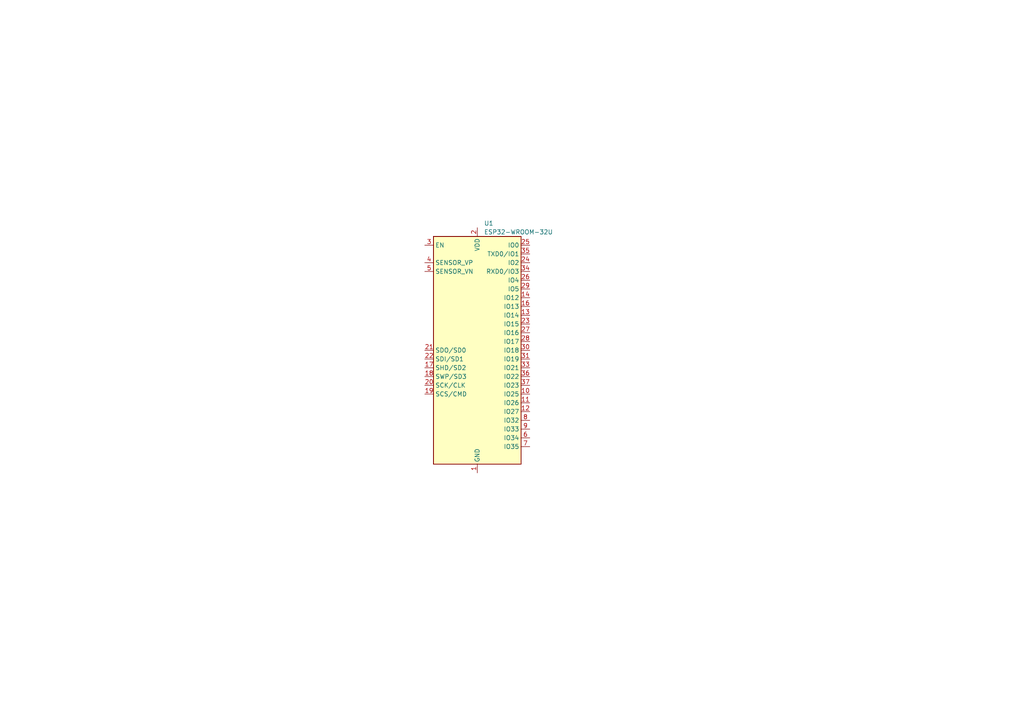
<source format=kicad_sch>
(kicad_sch (version 20230121) (generator eeschema)
  (paper "A4")
  (lib_symbols
    (symbol "RF_Module:ESP32-WROOM-32U"
      (property "Reference" "U" (at -12.7 34.29 0))
      (property "Value" "ESP32-WROOM-32U" (at 1.27 34.29 0))
      (symbol "ESP32-WROOM-32U_0_1"
        (rectangle (start -12.7 33.02) (end 12.7 -33.02) (stroke (width 0.254)) (fill (type background)))
      )
      (symbol "ESP32-WROOM-32U_1_1"
        (pin power_in line (at 0 -35.56 90) (length 2.54) (name "GND") (number "1"))
        (pin bidirectional line (at 15.24 -12.7 180) (length 2.54) (name "IO25") (number "10"))
        (pin bidirectional line (at 15.24 -15.24 180) (length 2.54) (name "IO26") (number "11"))
        (pin bidirectional line (at 15.24 -17.78 180) (length 2.54) (name "IO27") (number "12"))
        (pin bidirectional line (at 15.24 10.16 180) (length 2.54) (name "IO14") (number "13"))
        (pin bidirectional line (at 15.24 15.24 180) (length 2.54) (name "IO12") (number "14"))
        (pin passive line (at 0 -35.56 90) (length 2.54) hide (name "GND") (number "15"))
        (pin bidirectional line (at 15.24 12.7 180) (length 2.54) (name "IO13") (number "16"))
        (pin bidirectional line (at -15.24 -5.08 0) (length 2.54) (name "SHD/SD2") (number "17"))
        (pin bidirectional line (at -15.24 -7.62 0) (length 2.54) (name "SWP/SD3") (number "18"))
        (pin bidirectional line (at -15.24 -12.7 0) (length 2.54) (name "SCS/CMD") (number "19"))
        (pin power_in line (at 0 35.56 270) (length 2.54) (name "VDD") (number "2"))
        (pin bidirectional line (at -15.24 -10.16 0) (length 2.54) (name "SCK/CLK") (number "20"))
        (pin bidirectional line (at -15.24 0 0) (length 2.54) (name "SDO/SD0") (number "21"))
        (pin bidirectional line (at -15.24 -2.54 0) (length 2.54) (name "SDI/SD1") (number "22"))
        (pin bidirectional line (at 15.24 7.62 180) (length 2.54) (name "IO15") (number "23"))
        (pin bidirectional line (at 15.24 25.4 180) (length 2.54) (name "IO2") (number "24"))
        (pin bidirectional line (at 15.24 30.48 180) (length 2.54) (name "IO0") (number "25"))
        (pin bidirectional line (at 15.24 20.32 180) (length 2.54) (name "IO4") (number "26"))
        (pin bidirectional line (at 15.24 5.08 180) (length 2.54) (name "IO16") (number "27"))
        (pin bidirectional line (at 15.24 2.54 180) (length 2.54) (name "IO17") (number "28"))
        (pin bidirectional line (at 15.24 17.78 180) (length 2.54) (name "IO5") (number "29"))
        (pin input line (at -15.24 30.48 0) (length 2.54) (name "EN") (number "3"))
        (pin bidirectional line (at 15.24 0 180) (length 2.54) (name "IO18") (number "30"))
        (pin bidirectional line (at 15.24 -2.54 180) (length 2.54) (name "IO19") (number "31"))
        (pin no_connect line (at -12.7 -27.94 0) (length 2.54) hide (name "NC") (number "32"))
        (pin bidirectional line (at 15.24 -5.08 180) (length 2.54) (name "IO21") (number "33"))
        (pin bidirectional line (at 15.24 22.86 180) (length 2.54) (name "RXD0/IO3") (number "34"))
        (pin bidirectional line (at 15.24 27.94 180) (length 2.54) (name "TXD0/IO1") (number "35"))
        (pin bidirectional line (at 15.24 -7.62 180) (length 2.54) (name "IO22") (number "36"))
        (pin bidirectional line (at 15.24 -10.16 180) (length 2.54) (name "IO23") (number "37"))
        (pin passive line (at 0 -35.56 90) (length 2.54) hide (name "GND") (number "38"))
        (pin passive line (at 0 -35.56 90) (length 2.54) hide (name "GND") (number "39"))
        (pin input line (at -15.24 25.4 0) (length 2.54) (name "SENSOR_VP") (number "4"))
        (pin input line (at -15.24 22.86 0) (length 2.54) (name "SENSOR_VN") (number "5"))
        (pin input line (at 15.24 -25.4 180) (length 2.54) (name "IO34") (number "6"))
        (pin input line (at 15.24 -27.94 180) (length 2.54) (name "IO35") (number "7"))
        (pin bidirectional line (at 15.24 -20.32 180) (length 2.54) (name "IO32") (number "8"))
        (pin bidirectional line (at 15.24 -22.86 180) (length 2.54) (name "IO33") (number "9"))
      )
    )
  )
  (symbol (lib_id "RF_Module:ESP32-WROOM-32U") (at 138.43 101.6 0) (unit 1)
    (property "Reference" "U1" (at 140.3859 64.77 0) (effects (justify left)))
    (property "Value" "ESP32-WROOM-32U" (at 140.3859 67.31 0) (effects (justify left)))
    (property "Footprint" "RF_Module:ESP32-WROOM-32U" (effects hide))
    (property "Datasheet" "https://www.espressif.com/sites/default/files/documentation/esp32-wroom-32d_esp32-wroom-32u_datasheet_en.pdf" (effects hide))
  )
)
</source>
